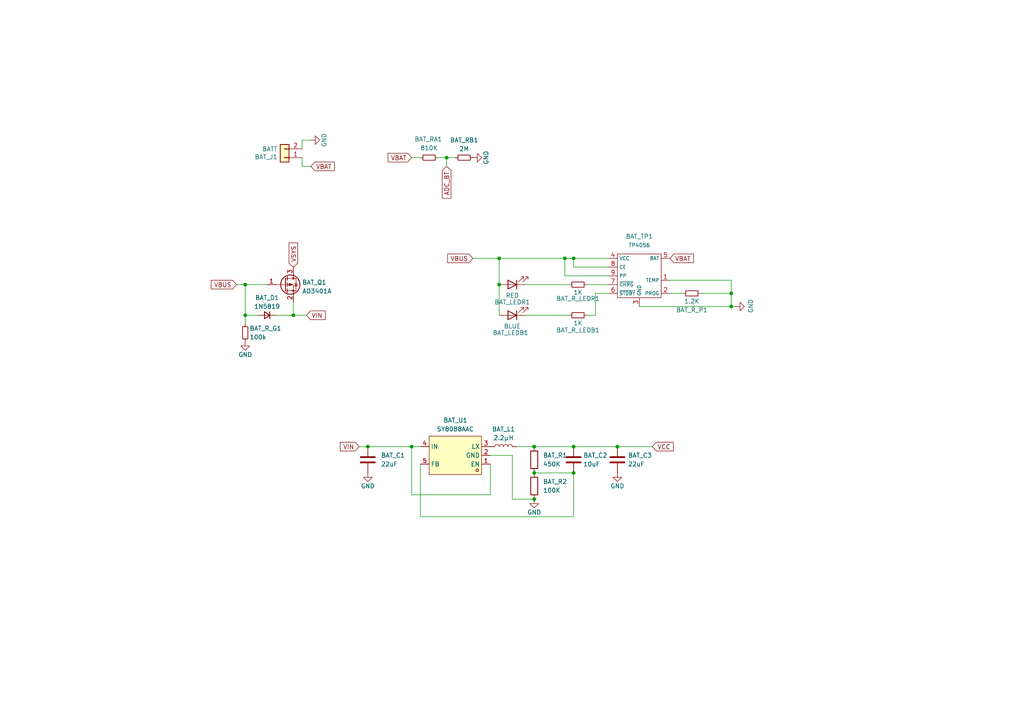
<source format=kicad_sch>
(kicad_sch (version 20250114) (generator "eeschema") (generator_version "9.0")
  (paper "A4")
  (lib_symbols
    (symbol "Connector_Generic:Conn_01x02" (pin_names (offset 1.016) (hide yes))
      (property "Reference" "J" (at 0 2.54 0))
      (property "Value" "Conn_01x02" (at 0 -5.08 0))
      (symbol "Conn_01x02_1_1"
        (rectangle (start -1.27 1.27) (end 1.27 -3.81) (stroke (width 0.254)) (fill (type background)))
        (rectangle (start -1.27 0.127) (end 0 -0.127) (stroke (width 0.1524)))
        (rectangle (start -1.27 -2.413) (end 0 -2.667) (stroke (width 0.1524)))
        (pin passive line (at -5.08 0 0) (length 3.81) (name "Pin_1") (number "1"))
        (pin passive line (at -5.08 -2.54 0) (length 3.81) (name "Pin_2") (number "2"))
      )
    )
    (symbol "Device:C" (pin_numbers (hide yes)) (pin_names (offset 0.254))
      (property "Reference" "C" (at 0.635 2.54 0))
      (property "Value" "C" (at 0.635 -2.54 0))
      (symbol "C_0_1"
        (polyline (pts (xy -2.032 0.762) (xy 2.032 0.762)) (stroke (width 0.508)))
        (polyline (pts (xy -2.032 -0.762) (xy 2.032 -0.762)) (stroke (width 0.508)))
      )
      (symbol "C_1_1"
        (pin passive line (at 0 3.81 270) (length 2.794) (name "~") (number "1"))
        (pin passive line (at 0 -3.81 90) (length 2.794) (name "~") (number "2"))
      )
    )
    (symbol "Device:D_Small" (pin_numbers (hide yes)) (pin_names (offset 0.254) (hide yes))
      (property "Reference" "D" (at -1.27 2.032 0))
      (property "Value" "D_Small" (at -3.81 -2.032 0))
      (symbol "D_Small_0_1"
        (polyline (pts (xy -0.762 0) (xy 0.762 0)))
        (polyline (pts (xy -0.762 -1.016) (xy -0.762 1.016)) (stroke (width 0.254)))
        (polyline (pts (xy 0.762 -1.016) (xy -0.762 0) (xy 0.762 1.016) (xy 0.762 -1.016)) (stroke (width 0.254)))
      )
      (symbol "D_Small_1_1"
        (pin passive line (at -2.54 0 0) (length 1.778) (name "K") (number "1"))
        (pin passive line (at 2.54 0 180) (length 1.778) (name "A") (number "2"))
      )
    )
    (symbol "Device:L" (pin_numbers (hide yes)) (pin_names (offset 1.016) (hide yes))
      (property "Reference" "L" (at -1.27 0 90))
      (property "Value" "L" (at 1.905 0 90))
      (symbol "L_0_1"
        (arc (start 0 2.54) (mid 0.6323 1.905) (end 0 1.27))
        (arc (start 0 1.27) (mid 0.6323 0.635) (end 0 0))
        (arc (start 0 0) (mid 0.6323 -0.635) (end 0 -1.27))
        (arc (start 0 -1.27) (mid 0.6323 -1.905) (end 0 -2.54))
      )
      (symbol "L_1_1"
        (pin passive line (at 0 3.81 270) (length 1.27) (name "1") (number "1"))
        (pin passive line (at 0 -3.81 90) (length 1.27) (name "2") (number "2"))
      )
    )
    (symbol "Device:LED" (pin_numbers (hide yes)) (pin_names (offset 1.016) (hide yes))
      (property "Reference" "D" (at 0 2.54 0))
      (property "Value" "LED" (at 0 -2.54 0))
      (symbol "LED_0_1"
        (polyline (pts (xy -3.048 -0.762) (xy -4.572 -2.286) (xy -3.81 -2.286) (xy -4.572 -2.286) (xy -4.572 -1.524)))
        (polyline (pts (xy -1.778 -0.762) (xy -3.302 -2.286) (xy -2.54 -2.286) (xy -3.302 -2.286) (xy -3.302 -1.524)))
        (polyline (pts (xy -1.27 0) (xy 1.27 0)))
        (polyline (pts (xy -1.27 -1.27) (xy -1.27 1.27)) (stroke (width 0.254)))
        (polyline (pts (xy 1.27 -1.27) (xy 1.27 1.27) (xy -1.27 0) (xy 1.27 -1.27)) (stroke (width 0.254)))
      )
      (symbol "LED_1_1"
        (pin passive line (at -3.81 0 0) (length 2.54) (name "K") (number "1"))
        (pin passive line (at 3.81 0 180) (length 2.54) (name "A") (number "2"))
      )
    )
    (symbol "Device:R" (pin_numbers (hide yes)) (pin_names (offset 0))
      (property "Reference" "R" (at 2.032 0 90))
      (property "Value" "R" (at 0 0 90))
      (symbol "R_0_1"
        (rectangle (start -1.016 -2.54) (end 1.016 2.54) (stroke (width 0.254)))
      )
      (symbol "R_1_1"
        (pin passive line (at 0 3.81 270) (length 1.27) (name "~") (number "1"))
        (pin passive line (at 0 -3.81 90) (length 1.27) (name "~") (number "2"))
      )
    )
    (symbol "Device:R_Small" (pin_numbers (hide yes)) (pin_names (offset 0.254) (hide yes))
      (property "Reference" "R" (at 0 0 90))
      (property "Value" "R_Small" (at 1.778 0 90))
      (symbol "R_Small_0_1"
        (rectangle (start -0.762 1.778) (end 0.762 -1.778) (stroke (width 0.2032)))
      )
      (symbol "R_Small_1_1"
        (pin passive line (at 0 2.54 270) (length 0.762) (name "~") (number "1"))
        (pin passive line (at 0 -2.54 90) (length 0.762) (name "~") (number "2"))
      )
    )
    (symbol "ErgoCai:TP4056"
      (property "Reference" "U" (at 1.27 13.97 0))
      (property "Value" "TP4056" (at 8.89 13.97 0))
      (symbol "TP4056_0_1"
        (rectangle (start 0 12.7) (end 12.7 0))
      )
      (symbol "TP4056_1_1"
        (pin input line (at -2.54 11.43 0) (length 2.54) (name "VCC") (number "4"))
        (pin input line (at -2.54 8.89 0) (length 2.54) (name "CE") (number "8"))
        (pin input line (at -2.54 6.35 0) (length 2.54) (name "PP") (number "9"))
        (pin input line (at -2.54 3.81 0) (length 2.54) (name "~{CHRG}") (number "7"))
        (pin input line (at -2.54 1.27 0) (length 2.54) (name "~{STDBY}") (number "6"))
        (pin input line (at 6.35 -2.54 90) (length 2.54) (name "GND") (number "3"))
        (pin input line (at 15.24 11.43 180) (length 2.54) (name "BAT") (number "5"))
        (pin input line (at 15.24 5.08 180) (length 2.54) (name "TEMP") (number "1"))
        (pin input line (at 15.24 1.27 180) (length 2.54) (name "PROG") (number "2"))
      )
    )
    (symbol "Transistor_FET:AO3401A" (pin_names (hide yes))
      (property "Reference" "Q" (at 5.08 1.905 0))
      (property "Value" "AO3401A" (at 5.08 0 0))
      (symbol "AO3401A_0_1"
        (polyline (pts (xy 0.254 1.905) (xy 0.254 -1.905)) (stroke (width 0.254)))
        (polyline (pts (xy 0.254 0) (xy -2.54 0)))
        (polyline (pts (xy 0.762 2.286) (xy 0.762 1.27)) (stroke (width 0.254)))
        (polyline (pts (xy 0.762 1.778) (xy 3.302 1.778) (xy 3.302 -1.778) (xy 0.762 -1.778)))
        (polyline (pts (xy 0.762 0.508) (xy 0.762 -0.508)) (stroke (width 0.254)))
        (polyline (pts (xy 0.762 -1.27) (xy 0.762 -2.286)) (stroke (width 0.254)))
        (circle (center 1.651 0) (radius 2.794) (stroke (width 0.254)))
        (polyline (pts (xy 2.286 0) (xy 1.27 0.381) (xy 1.27 -0.381) (xy 2.286 0)) (fill (type outline)))
        (polyline (pts (xy 2.54 2.54) (xy 2.54 1.778)))
        (circle (center 2.54 1.778) (radius 0.254) (fill (type outline)))
        (circle (center 2.54 -1.778) (radius 0.254) (fill (type outline)))
        (polyline (pts (xy 2.54 -2.54) (xy 2.54 0) (xy 0.762 0)))
        (polyline (pts (xy 2.794 -0.508) (xy 2.921 -0.381) (xy 3.683 -0.381) (xy 3.81 -0.254)))
        (polyline (pts (xy 3.302 -0.381) (xy 2.921 0.254) (xy 3.683 0.254) (xy 3.302 -0.381)))
      )
      (symbol "AO3401A_1_1"
        (pin input line (at -5.08 0 0) (length 2.54) (name "G") (number "1"))
        (pin passive line (at 2.54 5.08 270) (length 2.54) (name "D") (number "3"))
        (pin passive line (at 2.54 -5.08 90) (length 2.54) (name "S") (number "2"))
      )
    )
    (symbol "easyeda2kicad:SY8088AAC"
      (property "Reference" "U" (at 0 7.62 0))
      (property "Value" "SY8088AAC" (at 0 -7.62 0))
      (symbol "SY8088AAC_0_1"
        (rectangle (start -7.62 5.59) (end 7.62 -5.59) (fill (type background)))
        (circle (center -6.35 4.32) (radius 0.38))
        (circle (center -6.35 4.32) (radius 0.38))
        (pin unspecified line (at -10.16 2.54 0) (length 2.54) (name "EN") (number "1"))
        (pin unspecified line (at -10.16 0 0) (length 2.54) (name "GND") (number "2"))
        (pin unspecified line (at -10.16 -2.54 0) (length 2.54) (name "LX") (number "3"))
        (pin unspecified line (at 10.16 2.54 180) (length 2.54) (name "FB") (number "5"))
        (pin unspecified line (at 10.16 -2.54 180) (length 2.54) (name "IN") (number "4"))
      )
    )
    (symbol "power:GND" (power) (pin_numbers (hide yes)) (pin_names (offset 0) (hide yes))
      (property "Value" "GND" (at 0 -3.81 0))
      (symbol "GND_0_1"
        (polyline (pts (xy 0 0) (xy 0 -1.27) (xy 1.27 -1.27) (xy 0 -2.54) (xy -1.27 -1.27) (xy 0 -1.27)))
      )
      (symbol "GND_1_1"
        (pin power_in line (at 0 0 270) (length 0) (name "~") (number "1"))
      )
    )
  )
  (junction (at 129.54 45.72))
  (junction (at 71.12 82.55) (diameter 0.9144))
  (junction (at 212.09 88.9))
  (junction (at 144.78 74.93))
  (junction (at 166.37 74.93))
  (junction (at 106.68 129.54))
  (junction (at 166.37 137.16))
  (junction (at 166.37 129.54))
  (junction (at 154.94 137.16))
  (junction (at 119.38 129.54))
  (junction (at 85.09 91.44) (diameter 0.9144))
  (junction (at 212.09 85.09))
  (junction (at 144.78 82.55))
  (junction (at 71.12 91.44) (diameter 0.9144))
  (junction (at 154.94 129.54))
  (junction (at 179.07 129.54))
  (junction (at 163.83 74.93))
  (junction (at 154.94 144.78))
  (wire (pts (xy 166.37 74.93) (xy 163.83 74.93)))
  (wire (pts (xy 87.63 45.72) (xy 87.63 48.26)))
  (wire (pts (xy 166.37 149.86) (xy 121.92 149.86)))
  (wire (pts (xy 144.78 82.55) (xy 144.78 91.44)))
  (wire (pts (xy 129.54 48.26) (xy 129.54 45.72)))
  (wire (pts (xy 148.59 144.78) (xy 154.94 144.78)))
  (wire (pts (xy 142.24 143.51) (xy 119.38 143.51)))
  (wire (pts (xy 166.37 77.47) (xy 166.37 74.93)))
  (wire (pts (xy 152.4 91.44) (xy 165.1 91.44)))
  (wire (pts (xy 154.94 137.16) (xy 166.37 137.16)))
  (wire (pts (xy 212.09 81.28) (xy 212.09 85.09)))
  (wire (pts (xy 213.36 88.9) (xy 212.09 88.9)))
  (wire (pts (xy 194.31 85.09) (xy 198.12 85.09)))
  (wire (pts (xy 149.86 129.54) (xy 154.94 129.54)))
  (wire (pts (xy 119.38 45.72) (xy 121.92 45.72)))
  (wire (pts (xy 119.38 129.54) (xy 121.92 129.54)))
  (wire (pts (xy 212.09 88.9) (xy 185.42 88.9)))
  (wire (pts (xy 127 45.72) (xy 129.54 45.72)))
  (wire (pts (xy 142.24 132.08) (xy 148.59 132.08)))
  (wire (pts (xy 172.72 85.09) (xy 176.53 85.09)))
  (wire (pts (xy 106.68 129.54) (xy 119.38 129.54)))
  (wire (pts (xy 71.12 91.44) (xy 74.93 91.44)))
  (wire (pts (xy 129.54 45.72) (xy 132.08 45.72)))
  (wire (pts (xy 85.09 91.44) (xy 88.9 91.44)))
  (wire (pts (xy 212.09 85.09) (xy 212.09 88.9)))
  (wire (pts (xy 194.31 81.28) (xy 212.09 81.28)))
  (wire (pts (xy 179.07 129.54) (xy 189.23 129.54)))
  (wire (pts (xy 176.53 80.01) (xy 163.83 80.01)))
  (wire (pts (xy 166.37 129.54) (xy 179.07 129.54)))
  (wire (pts (xy 87.63 48.26) (xy 90.17 48.26)))
  (wire (pts (xy 144.78 74.93) (xy 144.78 82.55)))
  (wire (pts (xy 119.38 143.51) (xy 119.38 129.54)))
  (wire (pts (xy 87.63 43.18) (xy 87.63 40.64)))
  (wire (pts (xy 170.18 91.44) (xy 172.72 91.44)))
  (wire (pts (xy 170.18 82.55) (xy 176.53 82.55)))
  (wire (pts (xy 148.59 132.08) (xy 148.59 144.78)))
  (wire (pts (xy 176.53 77.47) (xy 166.37 77.47)))
  (wire (pts (xy 80.01 91.44) (xy 85.09 91.44)))
  (wire (pts (xy 104.14 129.54) (xy 106.68 129.54)))
  (wire (pts (xy 142.24 134.62) (xy 142.24 143.51)))
  (wire (pts (xy 144.78 74.93) (xy 137.16 74.93)))
  (wire (pts (xy 163.83 80.01) (xy 163.83 74.93)))
  (wire (pts (xy 71.12 82.55) (xy 77.47 82.55)))
  (wire (pts (xy 152.4 82.55) (xy 165.1 82.55)))
  (wire (pts (xy 68.58 82.55) (xy 71.12 82.55)))
  (wire (pts (xy 172.72 91.44) (xy 172.72 85.09)))
  (wire (pts (xy 121.92 149.86) (xy 121.92 134.62)))
  (wire (pts (xy 87.63 40.64) (xy 90.17 40.64)))
  (wire (pts (xy 144.78 74.93) (xy 163.83 74.93)))
  (wire (pts (xy 71.12 91.44) (xy 71.12 93.98)))
  (wire (pts (xy 85.09 87.63) (xy 85.09 91.44)))
  (wire (pts (xy 166.37 74.93) (xy 176.53 74.93)))
  (wire (pts (xy 166.37 137.16) (xy 166.37 149.86)))
  (wire (pts (xy 154.94 129.54) (xy 166.37 129.54)))
  (wire (pts (xy 203.2 85.09) (xy 212.09 85.09)))
  (wire (pts (xy 71.12 82.55) (xy 71.12 91.44)))
  (global_label "VBAT" (shape input) (at 90.17 48.26 0) (property "Intersheetrefs" "${INTERSHEET_REFS}" (effects (hide yes))))
  (global_label "VBAT" (shape input) (at 119.38 45.72 180) (property "Intersheetrefs" "${INTERSHEET_REFS}" (effects (hide yes))))
  (global_label "VBUS" (shape input) (at 137.16 74.93 180) (property "Intersheetrefs" "${INTERSHEET_REFS}" (effects (hide yes))))
  (global_label "ADC_BT" (shape input) (at 129.54 48.26 270) (property "Intersheetrefs" "${INTERSHEET_REFS}" (effects (hide yes))))
  (global_label "VBUS" (shape input) (at 68.58 82.55 180) (property "Intersheetrefs" "${INTERSHEET_REFS}" (effects (hide yes))))
  (global_label "VIN" (shape input) (at 104.14 129.54 180) (property "Intersheetrefs" "${INTERSHEET_REFS}" (effects (hide yes))))
  (global_label "VIN" (shape input) (at 88.9 91.44 0) (property "Intersheetrefs" "${INTERSHEET_REFS}" (effects (hide yes))))
  (global_label "VBAT" (shape input) (at 194.31 74.93 0) (property "Intersheetrefs" "${INTERSHEET_REFS}" (effects (hide yes))))
  (global_label "VCC" (shape input) (at 189.23 129.54 0) (property "Intersheetrefs" "${INTERSHEET_REFS}" (effects (hide yes))))
  (global_label "VSYS" (shape input) (at 85.09 77.47 90) (property "Intersheetrefs" "${INTERSHEET_REFS}" (effects (hide yes))))
  (symbol (lib_id "easyeda2kicad:SY8088AAC") (at 132.08 132.08 180) (unit 1)
    (property "Reference" "BAT_U1" (at 132.08 121.92 0))
    (property "Value" "SY8088AAC" (at 132.08 124.46 0))
    (property "Footprint" "ErgoCai.pretty:SOT-23-5_L3.0-W1.7-P0.95-LS2.8-BR" (effects (hide yes)))
    (property "Datasheet" "https://lcsc.com/product-detail/DC-DC-Converters_Silergy_SY8088AAC_SY8088AAC_C79313.html" (effects (hide yes)))
    (property "LCSC Part" "C79313" (effects (hide yes)))
  )
  (symbol (lib_id "Device:R_Small") (at 200.66 85.09 90) (unit 1)
    (property "Reference" "BAT_R_P1" (at 200.66 89.916 90))
    (property "Value" "1.2K" (at 200.66 87.376 90))
    (property "Footprint" "ErgoCai.pretty:R_0603_1608Metric" (effects (hide yes)))
    (property "Description" "Resistor, small symbol" (effects (hide yes)))
  )
  (symbol (lib_id "power:GND") (at 154.94 144.78 0) (unit 1)
    (property "Reference" "#PWR02" (effects (hide yes)))
    (property "Value" "GND" (at 154.94 148.59 0))
    (property "Description" "Power symbol creates a global label with name \"GND\" , ground" (effects (hide yes)))
  )
  (symbol (lib_id "Device:C") (at 106.68 133.35 0) (unit 1)
    (property "Reference" "BAT_C1" (at 110.49 132.0799 0) (effects (justify left)))
    (property "Value" "22uF" (at 110.49 134.6199 0) (effects (justify left)))
    (property "Footprint" "ErgoCai.pretty:C_0603_1608Metric" (effects (hide yes)))
    (property "Description" "Unpolarized capacitor" (effects (hide yes)))
  )
  (symbol (lib_id "Device:R_Small") (at 167.64 91.44 90) (unit 1)
    (property "Reference" "BAT_R_LEDB1" (at 167.64 95.758 90))
    (property "Value" "1K" (at 167.64 93.726 90))
    (property "Footprint" "ErgoCai.pretty:R_0603_1608Metric" (effects (hide yes)))
    (property "Description" "Resistor, small symbol" (effects (hide yes)))
  )
  (symbol (lib_id "power:GND") (at 213.36 88.9 90) (unit 1)
    (property "Reference" "#PWR0105" (effects (hide yes)))
    (property "Value" "GND" (at 217.7542 88.773 0))
    (property "Description" "Power symbol creates a global label with name \"GND\" , ground" (effects (hide yes)))
  )
  (symbol (lib_id "Device:LED") (at 148.59 91.44 180) (unit 1)
    (property "Reference" "BAT_LEDB1" (at 148.082 96.52 0))
    (property "Value" "BLUE" (at 148.59 94.615 0))
    (property "Footprint" "ErgoCai.pretty:LED_0603_1608Metric" (effects (hide yes)))
    (property "Description" "Light emitting diode" (effects (hide yes)))
    (property "Sim.Pins" "1=K 2=A" (effects (hide yes)))
  )
  (symbol (lib_id "Device:L") (at 146.05 129.54 90) (unit 1)
    (property "Reference" "BAT_L1" (at 146.05 124.46 90))
    (property "Value" "2.2µH" (at 146.05 127 90))
    (property "Footprint" "ErgoCai.pretty:L_0603_1608Metric" (effects (hide yes)))
    (property "Description" "Inductor" (effects (hide yes)))
  )
  (symbol (lib_id "Device:LED") (at 148.59 82.55 180) (unit 1)
    (property "Reference" "BAT_LEDR1" (at 148.59 87.63 0))
    (property "Value" "RED" (at 148.59 85.725 0))
    (property "Footprint" "ErgoCai.pretty:LED_0603_1608Metric" (effects (hide yes)))
    (property "Description" "Light emitting diode" (effects (hide yes)))
    (property "Sim.Pins" "1=K 2=A" (effects (hide yes)))
  )
  (symbol (lib_id "power:GND") (at 106.68 137.16 0) (unit 1)
    (property "Reference" "#PWR01" (effects (hide yes)))
    (property "Value" "GND" (at 106.68 140.97 0))
    (property "Description" "Power symbol creates a global label with name \"GND\" , ground" (effects (hide yes)))
  )
  (symbol (lib_id "Device:R") (at 154.94 133.35 0) (unit 1)
    (property "Reference" "BAT_R1" (at 157.48 132.0799 0) (effects (justify left)))
    (property "Value" "450K" (at 157.48 134.6199 0) (effects (justify left)))
    (property "Footprint" "ErgoCai.pretty:R_0603_1608Metric" (effects (hide yes)))
    (property "Description" "Resistor" (effects (hide yes)))
  )
  (symbol (lib_id "power:GND") (at 179.07 137.16 0) (unit 1)
    (property "Reference" "#PWR03" (effects (hide yes)))
    (property "Value" "GND" (at 179.07 140.97 0))
    (property "Description" "Power symbol creates a global label with name \"GND\" , ground" (effects (hide yes)))
  )
  (symbol (lib_id "Device:R_Small") (at 71.12 96.52 0) (unit 1)
    (property "Reference" "BAT_R_G1" (at 72.39 95.2499 0) (effects (justify left)))
    (property "Value" "100k" (at 72.39 97.7899 0) (effects (justify left)))
    (property "Footprint" "ErgoCai.pretty:R_0603_1608Metric" (effects (hide yes)))
    (property "Description" "Resistor, small symbol" (effects (hide yes)))
  )
  (symbol (lib_id "Device:D_Small") (at 77.47 91.44 180) (unit 1)
    (property "Reference" "BAT_D1" (at 77.47 86.36 0))
    (property "Value" "1N5819" (at 77.47 88.9 0))
    (property "Footprint" "ErgoCai.pretty:D_SOD-123" (effects (hide yes)))
    (property "Description" "Diode, small symbol" (effects (hide yes)))
    (property "Sim.Device" "D" (effects (hide yes)))
    (property "Sim.Pins" "1=K 2=A" (effects (hide yes)))
  )
  (symbol (lib_id "Device:R") (at 154.94 140.97 0) (unit 1)
    (property "Reference" "BAT_R2" (at 157.48 139.6999 0) (effects (justify left)))
    (property "Value" "100K" (at 157.48 142.2399 0) (effects (justify left)))
    (property "Footprint" "ErgoCai.pretty:R_0603_1608Metric" (effects (hide yes)))
    (property "Description" "Resistor" (effects (hide yes)))
  )
  (symbol (lib_id "Transistor_FET:AO3401A") (at 82.55 82.55 0) (unit 1)
    (property "Reference" "BAT_Q1" (at 87.63 81.9149 0) (effects (justify left)))
    (property "Value" "AO3401A" (at 87.63 84.4549 0) (effects (justify left)))
    (property "Footprint" "ErgoCai.pretty:SOT-23" (effects (hide yes)))
    (property "Datasheet" "http://www.aosmd.com/pdfs/datasheet/AO3401A.pdf" (effects (hide yes)))
    (property "Description" "-4.0A Id, -30V Vds, P-Channel MOSFET, SOT-23" (effects (hide yes)))
  )
  (symbol (lib_id "Device:C") (at 166.37 133.35 0) (unit 1)
    (property "Reference" "BAT_C2" (at 169.164 132.08 0) (effects (justify left)))
    (property "Value" "10uF" (at 169.164 134.62 0) (effects (justify left)))
    (property "Footprint" "ErgoCai.pretty:C_0603_1608Metric" (effects (hide yes)))
    (property "Description" "Unpolarized capacitor" (effects (hide yes)))
  )
  (symbol (lib_id "power:GND") (at 137.16 45.72 90) (unit 1)
    (property "Reference" "#PWR0101" (effects (hide yes)))
    (property "Value" "GND" (at 140.97 45.72 0))
    (property "Description" "Power symbol creates a global label with name \"GND\" , ground" (effects (hide yes)))
  )
  (symbol (lib_id "Device:C") (at 179.07 133.35 0) (unit 1)
    (property "Reference" "BAT_C3" (at 182.118 132.08 0) (effects (justify left)))
    (property "Value" "22uF" (at 182.118 134.62 0) (effects (justify left)))
    (property "Footprint" "ErgoCai.pretty:C_0603_1608Metric" (effects (hide yes)))
    (property "Description" "Unpolarized capacitor" (effects (hide yes)))
  )
  (symbol (lib_id "Device:R_Small") (at 124.46 45.72 90) (unit 1)
    (property "Reference" "BAT_RA1" (at 128.27 40.386 90) (effects (justify left)))
    (property "Value" "810K" (at 127 42.926 90) (effects (justify left)))
    (property "Footprint" "ErgoCai.pretty:R_0603_1608Metric" (effects (hide yes)))
    (property "Description" "Resistor, small symbol" (effects (hide yes)))
  )
  (symbol (lib_id "Connector_Generic:Conn_01x02") (at 82.55 45.72 180) (unit 1)
    (property "Reference" "BAT_J1" (at 80.518 45.5168 0) (effects (justify left)))
    (property "Value" "BATT" (at 80.518 43.2054 0) (effects (justify left)))
    (property "Footprint" "ErgoCai.pretty:Battery_Holder_18650_Nickel" (effects (hide yes)))
    (property "Description" "Generic connector, single row, 01x02, script generated (kicad-library-utils/schlib/autogen/connector/)" (effects (hide yes)))
  )
  (symbol (lib_id "power:GND") (at 71.12 99.06 0) (unit 1)
    (property "Reference" "#PWR0103" (effects (hide yes)))
    (property "Value" "GND" (at 71.12 102.87 0))
    (property "Description" "Power symbol creates a global label with name \"GND\" , ground" (effects (hide yes)))
  )
  (symbol (lib_id "Device:R_Small") (at 134.62 45.72 90) (unit 1)
    (property "Reference" "BAT_RB1" (at 134.62 40.64 90))
    (property "Value" "2M" (at 134.62 43.18 90))
    (property "Footprint" "ErgoCai.pretty:R_0603_1608Metric" (effects (hide yes)))
    (property "Description" "Resistor, small symbol" (effects (hide yes)))
  )
  (symbol (lib_id "ErgoCai:TP4056") (at 179.07 86.36 0) (unit 1)
    (property "Reference" "BAT_TP1" (at 185.42 68.58 0))
    (property "Value" "TP4056" (at 185.42 71.12 0) (effects (font (size 1.1 1.1))))
    (property "Footprint" "ErgoCai.pretty:SOIC-8-1EP_3.9x4.9mm_P1.27mm_EP2.29x3mm" (effects (hide yes)))
    (property "Description" "TP4056" (effects (hide yes)))
  )
  (symbol (lib_id "power:GND") (at 90.17 40.64 90) (unit 1)
    (property "Reference" "#PWR0102" (effects (hide yes)))
    (property "Value" "GND" (at 93.98 40.64 0))
    (property "Description" "Power symbol creates a global label with name \"GND\" , ground" (effects (hide yes)))
  )
  (symbol (lib_id "Device:R_Small") (at 167.64 82.55 90) (unit 1)
    (property "Reference" "BAT_R_LEDR1" (at 167.64 86.614 90))
    (property "Value" "1K" (at 167.64 84.836 90))
    (property "Footprint" "ErgoCai.pretty:R_0603_1608Metric" (effects (hide yes)))
    (property "Description" "Resistor, small symbol" (effects (hide yes)))
  )
)
</source>
